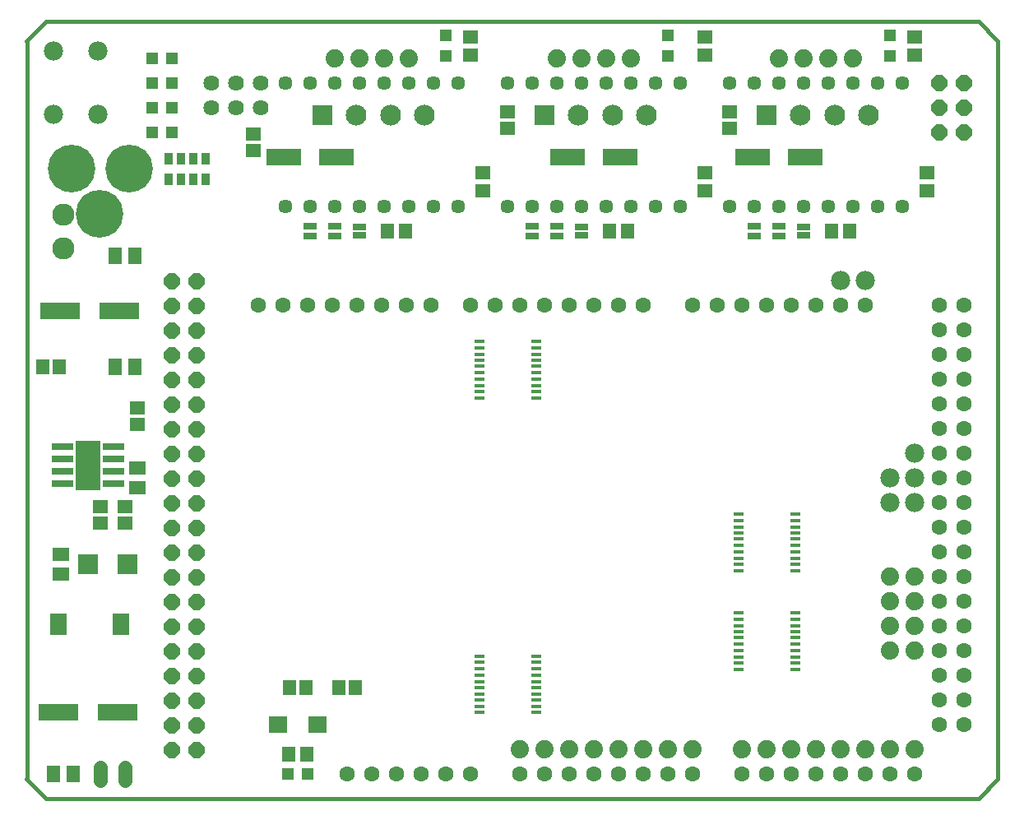
<source format=gts>
G75*
%MOIN*%
%OFA0B0*%
%FSLAX25Y25*%
%IPPOS*%
%LPD*%
%AMOC8*
5,1,8,0,0,1.08239X$1,22.5*
%
%ADD10C,0.01600*%
%ADD11C,0.06306*%
%ADD12R,0.05124X0.05124*%
%ADD13R,0.05518X0.06306*%
%ADD14C,0.07400*%
%ADD15C,0.05715*%
%ADD16C,0.06400*%
%ADD17R,0.06306X0.05518*%
%ADD18R,0.14180X0.06699*%
%ADD19C,0.19298*%
%ADD20R,0.08400X0.08400*%
%ADD21C,0.08400*%
%ADD22C,0.09000*%
%ADD23C,0.07800*%
%ADD24OC8,0.06400*%
%ADD25R,0.05400X0.02900*%
%ADD26R,0.03353X0.04731*%
%ADD27R,0.09061X0.02762*%
%ADD28R,0.10400X0.20400*%
%ADD29R,0.06699X0.05518*%
%ADD30R,0.05518X0.06699*%
%ADD31R,0.16148X0.06699*%
%ADD32R,0.06699X0.09061*%
%ADD33C,0.05800*%
%ADD34R,0.03937X0.01772*%
%ADD35R,0.07487X0.07093*%
%ADD36R,0.08274X0.08274*%
D10*
X0021800Y0024674D02*
X0029674Y0016800D01*
X0407627Y0016800D01*
X0415501Y0024674D01*
X0415501Y0323887D01*
X0407627Y0331761D01*
X0029674Y0331761D01*
X0021800Y0323887D01*
X0022001Y0323887D02*
X0022001Y0024674D01*
D11*
X0151800Y0026800D03*
X0161800Y0026800D03*
X0171800Y0026800D03*
X0181800Y0026800D03*
X0191800Y0026800D03*
X0201800Y0026800D03*
X0221800Y0026800D03*
X0231800Y0026800D03*
X0241800Y0026800D03*
X0251800Y0026800D03*
X0261800Y0026800D03*
X0271800Y0026800D03*
X0281800Y0026800D03*
X0291800Y0026800D03*
X0311800Y0026800D03*
X0321800Y0026800D03*
X0331800Y0026800D03*
X0341800Y0026800D03*
X0351800Y0026800D03*
X0361800Y0026800D03*
X0371800Y0026800D03*
X0381800Y0026800D03*
X0391800Y0046800D03*
X0401800Y0046800D03*
X0401800Y0056800D03*
X0391800Y0056800D03*
X0391800Y0066800D03*
X0401800Y0066800D03*
X0401800Y0076800D03*
X0401800Y0086800D03*
X0391800Y0086800D03*
X0391800Y0076800D03*
X0391800Y0096800D03*
X0401800Y0096800D03*
X0401800Y0106800D03*
X0391800Y0106800D03*
X0391800Y0116800D03*
X0401800Y0116800D03*
X0401800Y0126800D03*
X0391800Y0126800D03*
X0391800Y0136800D03*
X0401800Y0136800D03*
X0401800Y0146800D03*
X0401800Y0156800D03*
X0391800Y0156800D03*
X0391800Y0146800D03*
X0391800Y0166800D03*
X0401800Y0166800D03*
X0401800Y0176800D03*
X0391800Y0176800D03*
X0391800Y0186800D03*
X0401800Y0186800D03*
X0401800Y0196800D03*
X0391800Y0196800D03*
X0391800Y0206800D03*
X0401800Y0206800D03*
X0401800Y0216800D03*
X0391800Y0216800D03*
X0361800Y0216800D03*
X0351800Y0216800D03*
X0341800Y0216800D03*
X0331800Y0216800D03*
X0321800Y0216800D03*
X0311800Y0216800D03*
X0301800Y0216800D03*
X0291800Y0216800D03*
X0271800Y0216800D03*
X0261800Y0216800D03*
X0251800Y0216800D03*
X0241800Y0216800D03*
X0231800Y0216800D03*
X0221800Y0216800D03*
X0211800Y0216800D03*
X0201800Y0216800D03*
X0185800Y0216800D03*
X0175800Y0216800D03*
X0165800Y0216800D03*
X0155800Y0216800D03*
X0145800Y0216800D03*
X0135800Y0216800D03*
X0125800Y0216800D03*
X0115800Y0216800D03*
D12*
X0080934Y0286800D03*
X0072666Y0286800D03*
X0072666Y0296800D03*
X0080934Y0296800D03*
X0080934Y0306800D03*
X0072666Y0306800D03*
X0072666Y0316800D03*
X0080934Y0316800D03*
X0191800Y0317666D03*
X0191800Y0325934D03*
X0281800Y0325934D03*
X0281800Y0317666D03*
X0371800Y0317666D03*
X0371800Y0325934D03*
X0135934Y0026800D03*
X0127666Y0026800D03*
D13*
X0128060Y0034800D03*
X0135540Y0034800D03*
X0135146Y0061800D03*
X0128454Y0061800D03*
X0148454Y0061800D03*
X0155146Y0061800D03*
X0035146Y0191800D03*
X0028454Y0191800D03*
X0168060Y0246800D03*
X0175540Y0246800D03*
X0258060Y0246800D03*
X0265540Y0246800D03*
X0348060Y0246800D03*
X0355540Y0246800D03*
D14*
X0356800Y0316800D03*
X0346800Y0316800D03*
X0336800Y0316800D03*
X0326800Y0316800D03*
X0266800Y0316800D03*
X0256800Y0316800D03*
X0246800Y0316800D03*
X0236800Y0316800D03*
X0176800Y0316800D03*
X0166800Y0316800D03*
X0156800Y0316800D03*
X0146800Y0316800D03*
X0371800Y0106800D03*
X0371800Y0096800D03*
X0371800Y0086800D03*
X0371800Y0076800D03*
X0381800Y0076800D03*
X0381800Y0086800D03*
X0381800Y0096800D03*
X0381800Y0106800D03*
X0381800Y0036800D03*
X0371800Y0036800D03*
X0361800Y0036800D03*
X0351800Y0036800D03*
X0341800Y0036800D03*
X0331800Y0036800D03*
X0321800Y0036800D03*
X0311800Y0036800D03*
X0291800Y0036800D03*
X0281800Y0036800D03*
X0271800Y0036800D03*
X0261800Y0036800D03*
X0251800Y0036800D03*
X0241800Y0036800D03*
X0231800Y0036800D03*
X0221800Y0036800D03*
D15*
X0216800Y0256800D03*
X0226800Y0256800D03*
X0236800Y0256800D03*
X0246800Y0256800D03*
X0256800Y0256800D03*
X0266800Y0256800D03*
X0276800Y0256800D03*
X0286800Y0256800D03*
X0306800Y0256800D03*
X0316800Y0256800D03*
X0326800Y0256800D03*
X0336800Y0256800D03*
X0346800Y0256800D03*
X0356800Y0256800D03*
X0366800Y0256800D03*
X0376800Y0256800D03*
X0376800Y0306800D03*
X0366800Y0306800D03*
X0356800Y0306800D03*
X0346800Y0306800D03*
X0336800Y0306800D03*
X0326800Y0306800D03*
X0316800Y0306800D03*
X0306800Y0306800D03*
X0286800Y0306800D03*
X0276800Y0306800D03*
X0266800Y0306800D03*
X0256800Y0306800D03*
X0246800Y0306800D03*
X0236800Y0306800D03*
X0226800Y0306800D03*
X0216800Y0306800D03*
X0196800Y0306800D03*
X0186800Y0306800D03*
X0176800Y0306800D03*
X0166800Y0306800D03*
X0156800Y0306800D03*
X0146800Y0306800D03*
X0136800Y0306800D03*
X0126800Y0306800D03*
X0126800Y0256800D03*
X0136800Y0256800D03*
X0146800Y0256800D03*
X0156800Y0256800D03*
X0166800Y0256800D03*
X0176800Y0256800D03*
X0186800Y0256800D03*
X0196800Y0256800D03*
D16*
X0116800Y0296800D03*
X0106800Y0296800D03*
X0106800Y0306800D03*
X0116800Y0306800D03*
X0096800Y0306800D03*
X0096800Y0296800D03*
D17*
X0113800Y0286146D03*
X0113800Y0279454D03*
X0201800Y0318060D03*
X0201800Y0325540D03*
X0216800Y0295146D03*
X0216800Y0288454D03*
X0206800Y0270540D03*
X0206800Y0263060D03*
X0296800Y0263060D03*
X0296800Y0270540D03*
X0306800Y0288454D03*
X0306800Y0295146D03*
X0296800Y0318060D03*
X0296800Y0325540D03*
X0381800Y0325540D03*
X0381800Y0318060D03*
X0386800Y0270540D03*
X0386800Y0263060D03*
X0066800Y0175146D03*
X0066800Y0168454D03*
X0061800Y0135146D03*
X0061800Y0128454D03*
X0051800Y0128454D03*
X0051800Y0135146D03*
D18*
X0126170Y0276800D03*
X0147430Y0276800D03*
X0241170Y0276800D03*
X0262430Y0276800D03*
X0316170Y0276800D03*
X0337430Y0276800D03*
D19*
X0063375Y0272194D03*
X0040146Y0272194D03*
X0051564Y0253690D03*
D20*
X0141800Y0293800D03*
X0231800Y0293800D03*
X0321800Y0293800D03*
D21*
X0335580Y0293800D03*
X0349359Y0293800D03*
X0363139Y0293800D03*
X0273139Y0293800D03*
X0259359Y0293800D03*
X0245580Y0293800D03*
X0183139Y0293800D03*
X0169359Y0293800D03*
X0155580Y0293800D03*
D22*
X0036800Y0253493D03*
X0036800Y0239713D03*
D23*
X0032900Y0294000D03*
X0050700Y0294000D03*
X0050700Y0319600D03*
X0032900Y0319600D03*
X0351800Y0226800D03*
X0361800Y0226800D03*
X0381800Y0156800D03*
X0381800Y0146800D03*
X0381800Y0136800D03*
X0371800Y0136800D03*
X0371800Y0146800D03*
D24*
X0391800Y0286800D03*
X0401800Y0286800D03*
X0401800Y0296800D03*
X0391800Y0296800D03*
X0391800Y0306800D03*
X0401800Y0306800D03*
X0090658Y0226367D03*
X0080658Y0226367D03*
X0080658Y0216367D03*
X0090658Y0216367D03*
X0090658Y0206367D03*
X0080658Y0206367D03*
X0080658Y0196367D03*
X0090658Y0196367D03*
X0090658Y0186367D03*
X0080658Y0186367D03*
X0080658Y0176367D03*
X0090658Y0176367D03*
X0090658Y0166367D03*
X0080658Y0166367D03*
X0080658Y0156367D03*
X0090658Y0156367D03*
X0090658Y0146367D03*
X0080658Y0146367D03*
X0080658Y0136367D03*
X0090658Y0136367D03*
X0090658Y0126367D03*
X0080658Y0126367D03*
X0080658Y0116367D03*
X0090658Y0116367D03*
X0090658Y0106367D03*
X0080658Y0106367D03*
X0080658Y0096367D03*
X0090658Y0096367D03*
X0090658Y0086367D03*
X0080658Y0086367D03*
X0080658Y0076367D03*
X0080658Y0066367D03*
X0090658Y0066367D03*
X0090658Y0076367D03*
X0090658Y0056367D03*
X0080658Y0056367D03*
X0080658Y0046367D03*
X0090658Y0046367D03*
X0090658Y0036367D03*
X0080658Y0036367D03*
D25*
X0136800Y0244800D03*
X0136800Y0248800D03*
X0146800Y0248800D03*
X0146800Y0244800D03*
X0156800Y0245028D03*
X0156800Y0248572D03*
X0226800Y0248800D03*
X0226800Y0244800D03*
X0236800Y0244800D03*
X0236800Y0248800D03*
X0246800Y0248572D03*
X0246800Y0245028D03*
X0316800Y0244800D03*
X0316800Y0248800D03*
X0326800Y0248800D03*
X0326800Y0244800D03*
X0336800Y0245028D03*
X0336800Y0248572D03*
D26*
X0094300Y0267587D03*
X0089300Y0267587D03*
X0084300Y0267587D03*
X0079300Y0267587D03*
X0079300Y0276013D03*
X0084300Y0276013D03*
X0089300Y0276013D03*
X0094300Y0276013D03*
D27*
X0057036Y0159300D03*
X0057036Y0154300D03*
X0057036Y0149300D03*
X0057036Y0144300D03*
X0036564Y0144300D03*
X0036564Y0149300D03*
X0036564Y0154300D03*
X0036564Y0159300D03*
D28*
X0046800Y0151800D03*
D29*
X0066800Y0150737D03*
X0066800Y0142863D03*
X0035800Y0115737D03*
X0035800Y0107863D03*
D30*
X0032863Y0026800D03*
X0040737Y0026800D03*
X0057863Y0191800D03*
X0065737Y0191800D03*
X0065737Y0236800D03*
X0057863Y0236800D03*
D31*
X0059320Y0214438D03*
X0035304Y0214438D03*
X0034792Y0051800D03*
X0058808Y0051800D03*
D32*
X0059989Y0087312D03*
X0034792Y0087312D03*
D33*
X0051800Y0029500D02*
X0051800Y0024100D01*
X0061800Y0024100D02*
X0061800Y0029500D01*
D34*
X0205284Y0051623D03*
X0205284Y0054182D03*
X0205284Y0056741D03*
X0205284Y0059123D03*
X0205284Y0061682D03*
X0205284Y0064241D03*
X0205284Y0066800D03*
X0205284Y0069359D03*
X0205284Y0071918D03*
X0205284Y0074477D03*
X0228316Y0074477D03*
X0228316Y0071918D03*
X0228316Y0069359D03*
X0228316Y0066800D03*
X0228316Y0064241D03*
X0228316Y0061682D03*
X0228316Y0059123D03*
X0228316Y0056741D03*
X0228316Y0054182D03*
X0228316Y0051623D03*
X0310284Y0069123D03*
X0310284Y0071682D03*
X0310284Y0074241D03*
X0310284Y0076800D03*
X0310284Y0079359D03*
X0310284Y0081918D03*
X0310284Y0084477D03*
X0310284Y0086859D03*
X0310284Y0089418D03*
X0310284Y0091977D03*
X0310284Y0109123D03*
X0310284Y0111682D03*
X0310284Y0114241D03*
X0310284Y0116800D03*
X0310284Y0119359D03*
X0310284Y0121918D03*
X0310284Y0124477D03*
X0310284Y0126859D03*
X0310284Y0129418D03*
X0310284Y0131977D03*
X0333316Y0131977D03*
X0333316Y0129418D03*
X0333316Y0126859D03*
X0333316Y0124477D03*
X0333316Y0121918D03*
X0333316Y0119359D03*
X0333316Y0116800D03*
X0333316Y0114241D03*
X0333316Y0111682D03*
X0333316Y0109123D03*
X0333316Y0091977D03*
X0333316Y0089418D03*
X0333316Y0086859D03*
X0333316Y0084477D03*
X0333316Y0081918D03*
X0333316Y0079359D03*
X0333316Y0076800D03*
X0333316Y0074241D03*
X0333316Y0071682D03*
X0333316Y0069123D03*
X0228316Y0179123D03*
X0228316Y0181682D03*
X0228316Y0184241D03*
X0228316Y0186800D03*
X0228316Y0189359D03*
X0228316Y0191918D03*
X0228316Y0194477D03*
X0228316Y0196859D03*
X0228316Y0199418D03*
X0228316Y0201977D03*
X0205284Y0201977D03*
X0205284Y0199418D03*
X0205284Y0196859D03*
X0205284Y0194477D03*
X0205284Y0191918D03*
X0205284Y0189359D03*
X0205284Y0186800D03*
X0205284Y0184241D03*
X0205284Y0181682D03*
X0205284Y0179123D03*
D35*
X0139871Y0046800D03*
X0123729Y0046800D03*
D36*
X0062674Y0111800D03*
X0046926Y0111800D03*
M02*

</source>
